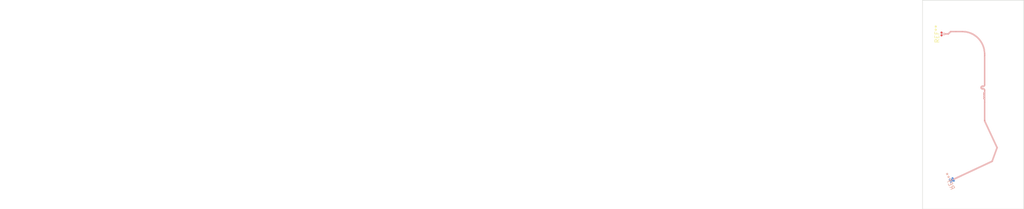
<source format=kicad_pcb>
(kicad_pcb (version 20240225) (generator "pcbnew") (generator_version "8.99")
  (layers (0 "F.Cu" signal) (31 "B.Cu" signal) (34 "B.Paste" user) (35 "F.Paste" user) (36 "B.SilkS" user "B.Silkscreen") (37 "F.SilkS" user "F.Silkscreen") (38 "B.Mask" user) (39 "F.Mask" user) (44 "Edge.Cuts" user))
  (net 0 "")
  (net 1 "/D_CLK_N")
  (net 2 "/D_CLK_P")
  (net 3 "/D_D0_N")
  (footprint "Resistor_SMD:R_0201_0603Metric" (layer "F.Cu") (at 293.728337 135.967332 90)
    (property "Reference" "REF**" (at 0 -1.05 90) (layer "F.SilkS"))
    (property "Value" "R_0201_0603Metric")
    (pad "1" smd roundrect (at -0.32 0 90) (size 0.46 0.4) (layers "F.Cu" "F.Mask") (net 1 "/D_CLK_N"))
    (pad "2" smd roundrect (at 0.32 0 90) (size 0.46 0.4) (layers "F.Cu" "F.Mask") (net 2 "/D_CLK_P"))
  )
  (footprint "Resistor_SMD:R_0201_0603Metric" (layer "B.Cu") (at 296.487546 170.44068 -65)
    (property "Reference" "REF**" (at 0 1.05 115) (layer "B.SilkS") (effects (justify mirror)))
    (property "Value" "R_0201_0603Metric")
    (pad "1" smd roundrect (at -0.319999 0.000001 295) (size 0.46 0.4) (layers "B.Cu" "B.Mask") (net 1 "/D_CLK_N"))
    (pad "2" smd roundrect (at 0.319999 -0.000001 295) (size 0.46 0.4) (layers "B.Cu" "B.Mask") (net 2 "/D_CLK_P"))
  )
  (gr_rect (start 289.228337 127.967332) (end 313.228337 177.467332) (stroke (width 0.1)) (fill none) (layer "Edge.Cuts"))
  (segment (start 303.826993 140.690372) (end 303.826994 141.188693) (width 0.065) (layer "F.Cu") (net 1))
  (segment (start 303.695962 150.785238) (end 303.695968 150.869185) (width 0.065) (layer "F.Cu") (net 1))
  (segment (start 303.695968 149.925237) (end 303.69597 150.009191) (width 0.065) (layer "F.Cu") (net 1))
  (segment (start 303.761496 150.289719) (end 303.761492 150.289714) (width 0.065) (layer "F.Cu") (net 1))
  (segment (start 305.635101 166.062702) (end 295.976827 170.566432) (width 0.065) (layer "F.Cu") (net 1))
  (segment (start 306.783331 162.907969) (end 305.635101 166.062702) (width 0.065) (layer "F.Cu") (net 1))
  (segment (start 303.695968 151.215242) (end 303.695965 151.299184) (width 0.065) (layer "F.Cu") (net 1))
  (segment (start 293.903337 136.167331) (end 294.465838 136.167331) (width 0.065) (layer "F.Cu") (net 1))
  (segment (start 303.416525 149.071193) (end 303.63452 149.071197) (width 0.065) (layer "F.Cu") (net 1))
  (segment (start 303.827019 151.084183) (end 303.82702 151.084187) (width 0.065) (layer "F.Cu") (net 1))
  (segment (start 295.976825 170.566427) (end 295.721011 170.473318) (width 0.065) (layer "F.Cu") (net 1))
  (segment (start 295.948324 135.499373) (end 297.152544 135.499373) (width 0.065) (layer "F.Cu") (net 1))
  (segment (start 303.695967 150.355239) (end 303.695963 150.439187) (width 0.065) (layer "F.Cu") (net 1))
  (segment (start 303.761497 150.07471) (end 303.761493 150.074711) (width 0.065) (layer "F.Cu") (net 1))
  (segment (start 297.152544 135.499373) (end 298.635994 135.499371) (width 0.065) (layer "F.Cu") (net 1))
  (segment (start 303.827019 156.462183) (end 303.82702 151.43024) (width 0.065) (layer "F.Cu") (net 1))
  (segment (start 303.827019 156.462183) (end 303.828528 156.463687) (width 0.065) (layer "F.Cu") (net 1))
  (segment (start 303.827019 141.188695) (end 303.827019 148.063689) (width 0.065) (layer "F.Cu") (net 1))
  (segment (start 303.827021 150.140234) (end 303.827019 150.140234) (width 0.065) (layer "F.Cu") (net 1))
  (segment (start 295.976827 170.566432) (end 295.976825 170.566427) (width 0.065) (layer "F.Cu") (net 1))
  (segment (start 294.558338 136.074831) (end 295.372866 136.074831) (width 0.065) (layer "F.Cu") (net 1))
  (segment (start 294.465838 136.167331) (end 294.558338 136.074831) (width 0.065) (layer "F.Cu") (net 1))
  (segment (start 295.372866 136.074831) (end 295.948324 135.499373) (width 0.065) (layer "F.Cu") (net 1))
  (segment (start 303.634521 148.256189) (end 303.41652 148.25619) (width 0.065) (layer "F.Cu") (net 1))
  (segment (start 303.827019 150.140234) (end 303.827023 150.224189) (width 0.065) (layer "F.Cu") (net 1))
  (segment (start 303.828528 156.463687) (end 303.828536 156.571389) (width 0.065) (layer "F.Cu") (net 1))
  (segment (start 303.828536 156.571389) (end 306.783331 162.907969) (width 0.065) (layer "F.Cu") (net 1))
  (segment (start 303.826994 141.188693) (end 303.827019 141.188695) (width 0.065) (layer "F.Cu") (net 1))
  (segment (start 303.827018 151.000232) (end 303.827019 151.084183) (width 0.065) (layer "F.Cu") (net 1))
  (segment (start 303.827016 150.570234) (end 303.827017 150.654185) (width 0.065) (layer "F.Cu") (net 1))
  (segment (start 303.827018 149.263692) (end 303.827015 149.794189) (width 0.065) (layer "F.Cu") (net 1))
  (via (at 295.721011 170.473318) (size 0.45) (drill 0.25) (layers "F.Cu" "B.Cu") (net 1))
  (arc (start 303.761491 150.719712) (mid 303.715159 150.7389) (end 303.695962 150.785238) (width 0.065) (layer "F.Cu") (net 1))
  (arc (start 303.761493 150.504712) (mid 303.807829 150.523902) (end 303.827016 150.570234) (width 0.065) (layer "F.Cu") (net 1))
  (arc (start 303.695968 150.869185) (mid 303.715158 150.915521) (end 303.76149 150.93471) (width 0.065) (layer "F.Cu") (net 1))
  (arc (start 303.827015 149.794189) (mid 303.807827 149.840523) (end 303.761493 149.859714) (width 0.065) (layer "F.Cu") (net 1))
  (arc (start 303.695965 151.299184) (mid 303.715157 151.34552) (end 303.761492 151.36471) (width 0.065) (layer "F.Cu") (net 1))
  (arc (start 303.41652 148.25619) (mid 303.128372 148.375544) (end 303.009021 148.663693) (width 0.065) (layer "F.Cu") (net 1))
  (arc (start 303.761493 149.859714) (mid 303.715161 149.878904) (end 303.695968 149.925237) (width 0.065) (layer "F.Cu") (net 1))
  (arc (start 303.761493 150.074711) (mid 303.807826 150.093904) (end 303.827021 150.140234) (width 0.065) (layer "F.Cu") (net 1))
  (arc (start 303.761492 151.36471) (mid 303.807826 151.383901) (end 303.82702 151.43024) (width 0.065) (layer "F.Cu") (net 1))
  (arc (start 303.761491 151.149709) (mid 303.715157 151.168904) (end 303.695968 151.215242) (width 0.065) (layer "F.Cu") (net 1))
  (arc (start 303.827019 148.063689) (mid 303.770636 148.199803) (end 303.634521 148.256189) (width 0.065) (layer "F.Cu") (net 1))
  (arc (start 303.009021 148.663693) (mid 303.128374 148.951835) (end 303.416525 149.071193) (width 0.065) (layer "F.Cu") (net 1))
  (arc (start 303.69597 150.009191) (mid 303.715165 150.055521) (end 303.761497 150.07471) (width 0.065) (layer "F.Cu") (net 1))
  (arc (start 303.76149 150.93471) (mid 303.807827 150.953903) (end 303.827018 151.000232) (width 0.065) (layer "F.Cu") (net 1))
  (arc (start 303.82702 151.084187) (mid 303.807825 151.130523) (end 303.761494 151.149711) (width 0.065) (layer "F.Cu") (net 1))
  (arc (start 303.827017 150.654185) (mid 303.807827 150.700522) (end 303.761492 150.719716) (width 0.065) (layer "F.Cu") (net 1))
  (arc (start 303.695963 150.439187) (mid 303.715156 150.485523) (end 303.761493 150.504712) (width 0.065) (layer "F.Cu") (net 1))
  (arc (start 298.635994 135.499371) (mid 302.306582 137.019788) (end 303.826993 140.690372) (width 0.065) (layer "F.Cu") (net 1))
  (arc (start 303.827023 150.224189) (mid 303.80783 150.270521) (end 303.761496 150.289719) (width 0.065) (layer "F.Cu") (net 1))
  (arc (start 303.63452 149.071197) (mid 303.770637 149.127573) (end 303.827018 149.263692) (width 0.065) (layer "F.Cu") (net 1))
  (arc (start 303.761492 150.289714) (mid 303.715158 150.308906) (end 303.695967 150.355239) (width 0.065) (layer "F.Cu") (net 1))
  (segment (start 296.012866 170.454255) (end 295.721011 170.473318) (width 0.2) (layer "B.Cu") (net 1))
  (segment (start 296.489739 170.225188) (end 296.012866 170.454255) (width 0.2) (layer "B.Cu") (net 1))
  (segment (start 304.04283 156.381414) (end 304.043747 156.523738) (width 0.065) (layer "F.Cu") (net 2))
  (segment (start 296.067687 170.761287) (end 295.974579 171.0171) (width 0.065) (layer "F.Cu") (net 2))
  (segment (start 304.042025 149.263693) (end 304.042021 152.123944) (width 0.065) (layer "F.Cu") (net 2))
  (segment (start 305.806679 166.219921) (end 296.067691 170.761285) (width 0.065) (layer "F.Cu") (net 2))
  (segment (start 307.015825 162.897819) (end 305.806679 166.219921) (width 0.065) (layer "F.Cu") (net 2))
  (segment (start 294.465838 135.767331) (end 294.558338 135.859831) (width 0.065) (layer "F.Cu") (net 2))
  (segment (start 304.043747 156.523738) (end 307.015825 162.897819) (width 0.065) (layer "F.Cu") (net 2))
  (segment (start 296.067691 170.761285) (end 296.067687 170.761287) (width 0.065) (layer "F.Cu") (net 2))
  (segment (start 294.558338 135.859831) (end 295.28381 135.859831) (width 0.065) (layer "F.Cu") (net 2))
  (segment (start 304.041994 140.690375) (end 304.041997 141.013688) (width 0.065) (layer "F.Cu") (net 2))
  (segment (start 304.042025 141.01369) (end 304.042027 148.063691) (width 0.065) (layer "F.Cu") (net 2))
  (segment (start 304.041997 141.013688) (end 304.042025 141.01369) (width 0.065) (layer "F.Cu") (net 2))
  (segment (start 297.153006 135.284375) (end 298.635999 135.284378) (width 0.065) (layer "F.Cu") (net 2))
  (segment (start 295.28381 135.859831) (end 295.859266 135.284375) (width 0.065) (layer "F.Cu") (net 2))
  (segment (start 303.634523 148.471197) (end 303.416525 148.471193) (width 0.065) (layer "F.Cu") (net 2))
  (segment (start 303.416523 148.856189) (end 303.634523 148.85619) (width 0.065) (layer "F.Cu") (net 2))
  (segment (start 293.903337 135.767331) (end 294.465838 135.767331) (width 0.065) (layer "F.Cu") (net 2))
  (segment (start 304.042021 152.123944) (end 304.042024 156.380612) (width 0.065) (layer "F.Cu") (net 2))
  (segment (start 304.042024 156.380612) (end 304.04283 156.381414) (width 0.065) (layer "F.Cu") (net 2))
  (segment (start 295.859266 135.284375) (end 297.153006 135.284375) (width 0.065) (layer "F.Cu") (net 2))
  (via (at 295.974579 171.0171) (size 0.45) (drill 0.25) (layers "F.Cu" "B.Cu") (net 2))
  (arc (start 303.634523 148.85619) (mid 303.922673 148.975543) (end 304.042025 149.263693) (width 0.065) (layer "F.Cu") (net 2))
  (arc (start 304.042027 148.063691) (mid 303.922669 148.351835) (end 303.634523 148.471197) (width 0.065) (layer "F.Cu") (net 2))
  (arc (start 303.224024 148.663691) (mid 303.280406 148.799808) (end 303.416523 148.856189) (width 0.065) (layer "F.Cu") (net 2))
  (arc (start 298.635999 135.284378) (mid 302.458614 136.867756) (end 304.041994 140.690375) (width 0.065) (layer "F.Cu") (net 2))
  (arc (start 303.416525 148.471193) (mid 303.280408 148.527574) (end 303.224024 148.663691) (width 0.065) (layer "F.Cu") (net 2))
  (segment (start 296.400491 170.708161) (end 296.146936 170.822949) (width 0.2) (layer "B.Cu") (net 2))
  (segment (start 296.146936 170.822949) (end 295.974579 171.0171) (width 0.2) (layer "B.Cu") (net 2))
)
</source>
